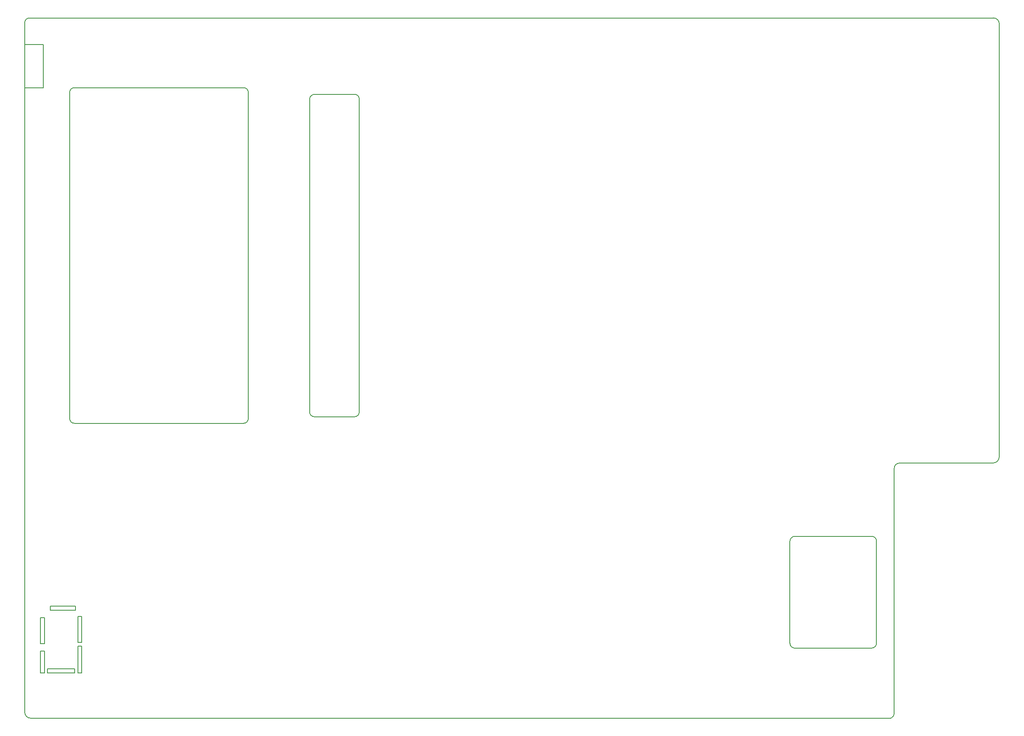
<source format=gko>
G04*
G04 #@! TF.GenerationSoftware,Altium Limited,Altium Designer,20.1.8 (145)*
G04*
G04 Layer_Color=16711935*
%FSAX24Y24*%
%MOIN*%
G70*
G04*
G04 #@! TF.SameCoordinates,7D9F505B-2EBF-4E8E-82AC-92A1240CC430*
G04*
G04*
G04 #@! TF.FilePolarity,Positive*
G04*
G01*
G75*
%ADD166C,0.0050*%
G36*
X072119Y025781D02*
D01*
D02*
G37*
D166*
X027680Y034253D02*
G03*
X028074Y034637I000005J000389D01*
G01*
X013627Y034645D02*
G03*
X014011Y034252I000389J-000005D01*
G01*
X014021Y061385D02*
G03*
X013627Y061001I-000005J-000389D01*
G01*
X028073Y060992D02*
G03*
X027689Y061386I-000389J000005D01*
G01*
X037039Y060456D02*
G03*
X036655Y060850I-000389J000005D01*
G01*
X036643Y034778D02*
G03*
X037037Y035162I000005J000389D01*
G01*
X033027Y035173D02*
G03*
X033411Y034780I000389J-000005D01*
G01*
X033422Y060847D02*
G03*
X033028Y060464I-000005J-000389D01*
G01*
X071851Y016470D02*
G03*
X072235Y016076I000389J-000005D01*
G01*
X078445Y016078D02*
G03*
X078839Y016462I000005J000389D01*
G01*
X078843Y024725D02*
G03*
X078459Y025119I-000389J000005D01*
G01*
X072244Y025116D02*
G03*
X071850Y024732I-000005J-000389D01*
G01*
X080709Y031035D02*
G03*
X080276Y030619I-000008J-000424D01*
G01*
X088261Y031037D02*
G03*
X088763Y031565I-000013J000515D01*
G01*
X080000Y010414D02*
G03*
X080272Y010768I-000118J000372D01*
G01*
X010384Y067020D02*
G03*
X009995Y066624I000003J-000392D01*
G01*
X088772Y066539D02*
G03*
X088281Y067024I-000489J-000004D01*
G01*
X010000Y010889D02*
G03*
X010477Y010414I000475J000000D01*
G01*
X028073Y034638D02*
Y060996D01*
X014027Y034254D02*
X027689D01*
X014025Y034252D02*
X014027Y034254D01*
X013629Y034648D02*
Y061007D01*
X014007Y061385D02*
X027683D01*
X037037Y035159D02*
Y060471D01*
X033416Y060849D02*
X036659D01*
X033412Y034779D02*
X036657D01*
X033027Y035164D02*
Y060460D01*
X071849Y016474D02*
Y024749D01*
X072248Y016076D02*
X078444D01*
X078842Y016473D02*
Y024725D01*
X078494Y025116D02*
X078497Y025113D01*
X072217Y025116D02*
X078494D01*
X011496Y061360D02*
Y064860D01*
X009996D02*
X011496D01*
X009996Y061360D02*
X011496D01*
X009995Y066619D02*
X009996Y056993D01*
X080276Y010768D02*
X080276Y030619D01*
X080709Y031035D02*
X088256Y031035D01*
X028073Y048226D02*
X028073Y048226D01*
X088763Y031565D02*
X088770Y066531D01*
X010384Y067020D02*
X088283Y067020D01*
X011835Y014086D02*
X011835Y014402D01*
X012065Y019144D02*
Y019467D01*
X014045Y014086D02*
Y014402D01*
X014103Y019144D02*
Y019467D01*
X011280Y014077D02*
Y015852D01*
X011280Y016432D02*
Y018551D01*
X011596Y014076D02*
Y015852D01*
X011596Y016432D02*
Y018551D01*
X014298Y016553D02*
Y018642D01*
X014613Y016553D02*
Y018642D01*
X014298Y014081D02*
Y016225D01*
X014613Y014081D02*
Y016225D01*
X011280Y014077D02*
X011596Y014076D01*
X011280Y015852D02*
X011596D01*
X011280Y018551D02*
X011596D01*
X014298Y014081D02*
X014613D01*
X014298Y016225D02*
X014613Y016225D01*
X014298Y016553D02*
X014613D01*
X014298Y018642D02*
X014613Y018642D01*
X011280Y016432D02*
X011596Y016432D01*
X011835Y014402D02*
X014045D01*
X011835Y014086D02*
X014045D01*
X012065Y019144D02*
X014103Y019144D01*
X012065Y019467D02*
X014103D01*
X009996Y056993D02*
X010000Y010889D01*
X010477Y010414D02*
X080000Y010414D01*
M02*

</source>
